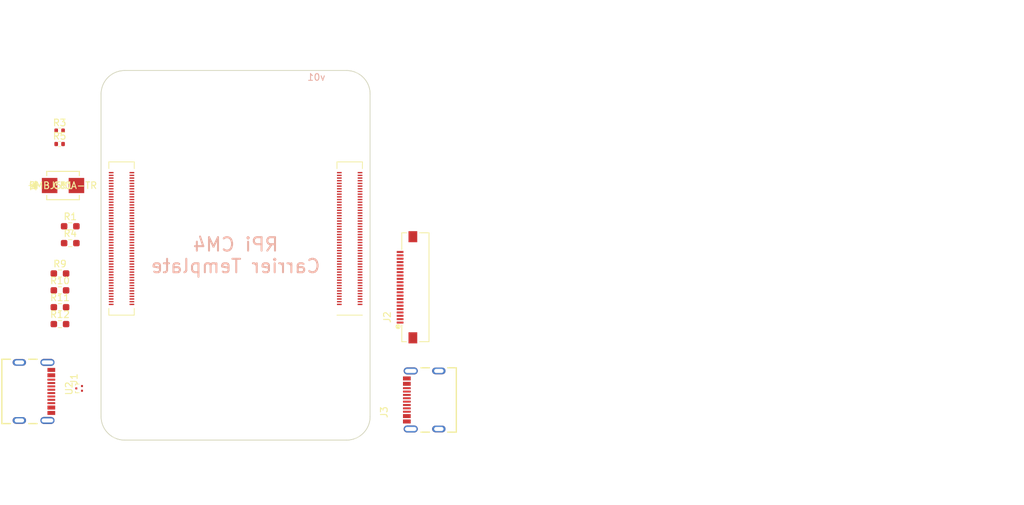
<source format=kicad_pcb>
(kicad_pcb (version 20221018) (generator pcbnew)
  (title_block (title "Raspberry Pi Compute Module 4 Carrier Board Prototype") (date "2023-06-27") (rev "v01") (comment 2 "creativecommons.org/licenses/by/4.0/") (comment 3 "License: CC BY 4.0") (comment 4 "Author: Iiro Karppanen"))
  (layers (0 "F.Cu" signal) (31 "B.Cu" signal) (34 "B.Paste" user) (35 "F.Paste" user) (36 "B.SilkS" user "B.Silkscreen") (37 "F.SilkS" user "F.Silkscreen") (38 "B.Mask" user) (39 "F.Mask" user) (44 "Edge.Cuts" user))
  (net 0 "")
  (net 1 "+5V")
  (net 2 "GND")
  (net 3 "Net-(J1-SHELL_GND-PadS1)")
  (net 4 "Net-(J1-VBUS-PadA4_B9)")
  (net 5 "/CM4 High Speed/USB2_N")
  (net 7 "Net-(J1-CC2)")
  (net 8 "Net-(J1-CC1)")
  (net 11 "/CM4 High Speed/CAM0_D0_P")
  (net 12 "/CM4 High Speed/CAM0_D1_P")
  (net 17 "/CM4 High Speed/CAM_GPIO")
  (net 19 "/CM4 High Speed/SCL1")
  (net 20 "+3.3V")
  (net 25 "Net-(J3-CC2)")
  (net 27 "Net-(J3-CC1)")
  (net 85 "/CM4 GPIO/GPIO_VREF")
  (net 88 "+1.8V")
  (net 96 "/CM4 GPIO/CAM_GPIO")
  (net 160 "/CM4 High Speed/GPIO_VREF")
  (footprint "Package_TO_SOT_SMD:Texas_DRT-3" (layer "F.Cu") (at 123.235 125.805 90)
    (fp_text reference "U2" (at 0 -1.5 90) (layer "F.SilkS"))
    (fp_text value "TPD2EUSB30")
    (fp_line (start -0.65 -0.55) (end -0.45 -0.55) (stroke (width 0.12)) (layer "F.SilkS"))
    (fp_line (start -0.65 0) (end -0.65 -0.55) (stroke (width 0.12)) (layer "F.SilkS"))
    (fp_line (start 0.65 -0.55) (end 0.45 -0.55) (stroke (width 0.12)) (layer "F.SilkS"))
    (fp_line (start 0.65 0) (end 0.65 -0.55) (stroke (width 0.12)) (layer "F.SilkS"))
    (pad "1" smd rect (at -0.35 0.425 90) (size 0.3 0.3) (layers "F.Cu" "F.Paste" "F.Mask") (net 5 "/CM4 High Speed/USB2_N"))
    (pad "2" smd rect (at 0.35 0.425 90) (size 0.3 0.3) (layers "F.Cu" "F.Paste" "F.Mask") (net 5 "/CM4 High Speed/USB2_N"))
    (pad "3" smd rect (at 0 -0.425 90) (size 0.3 0.3) (layers "F.Cu" "F.Paste" "F.Mask") (net 2 "GND"))
  )
  (footprint "Resistor_SMD:R_0402_1005Metric" (layer "F.Cu") (at 120.335 89.435)
    (fp_text reference "R5" (at 0 -1.17) (layer "F.SilkS"))
    (fp_text value "2.2K 1%")
    (fp_line (start -0.153641 -0.38) (end 0.153641 -0.38) (stroke (width 0.12)) (layer "F.SilkS"))
    (fp_line (start -0.153641 0.38) (end 0.153641 0.38) (stroke (width 0.12)) (layer "F.SilkS"))
    (pad "1" smd roundrect (at -0.51 0) (size 0.54 0.64) (layers "F.Cu" "F.Paste" "F.Mask") (net 160 "/CM4 High Speed/GPIO_VREF"))
    (pad "2" smd roundrect (at 0.51 0) (size 0.54 0.64) (layers "F.Cu" "F.Paste" "F.Mask") (net 19 "/CM4 High Speed/SCL1"))
  )
  (footprint "Resistor_SMD:R_0603_1608Metric_Pad0.98x0.95mm_HandSolder" (layer "F.Cu") (at 120.385 108.705)
    (fp_text reference "R9" (at 0 -1.43) (layer "F.SilkS"))
    (fp_text value "5.1k")
    (fp_line (start -0.254724 -0.5225) (end 0.254724 -0.5225) (stroke (width 0.12)) (layer "F.SilkS"))
    (fp_line (start -0.254724 0.5225) (end 0.254724 0.5225) (stroke (width 0.12)) (layer "F.SilkS"))
    (pad "1" smd roundrect (at -0.9125 0) (size 0.975 0.95) (layers "F.Cu" "F.Paste" "F.Mask") (net 8 "Net-(J1-CC1)"))
    (pad "2" smd roundrect (at 0.9125 0) (size 0.975 0.95) (layers "F.Cu" "F.Paste" "F.Mask") (net 2 "GND"))
  )
  (footprint "footprints:SMBJ5.0A-TR" (layer "F.Cu") (at 120.8408 95.6114)
    (fp_text reference "CR1" (at 0 0) (layer "F.SilkS"))
    (fp_text value "SMBJ5.0A-TR" (at 0 0) (layer "F.SilkS"))
    (fp_text user "*" (at 0 0) (layer "F.SilkS"))
    (fp_line (start -4.8006 -0.635) (end -4.8006 0.635) (stroke (width 0.1524)) (layer "F.SilkS"))
    (fp_line (start -4.8006 0) (end -4.0386 -0.635) (stroke (width 0.1524)) (layer "F.SilkS"))
    (fp_line (start -4.8006 0) (end -4.0386 -0.508) (stroke (width 0.1524)) (layer "F.SilkS"))
    (fp_line (start -4.8006 0) (end -4.0386 -0.381) (stroke (width 0.1524)) (layer "F.SilkS"))
    (fp_line (start -4.8006 0) (end -4.0386 -0.254) (stroke (width 0.1524)) (layer "F.SilkS"))
    (fp_line (start -4.8006 0) (end -4.0386 -0.127) (stroke (width 0.1524)) (layer "F.SilkS"))
    (fp_line (start -4.8006 0) (end -4.0386 0.127) (stroke (width 0.1524)) (layer "F.SilkS"))
    (fp_line (start -4.8006 0) (end -4.0386 0.254) (stroke (width 0.1524)) (layer "F.SilkS"))
    (fp_line (start -4.8006 0) (end -4.0386 0.381) (stroke (width 0.1524)) (layer "F.SilkS"))
    (fp_line (start -4.8006 0) (end -4.0386 0.508) (stroke (width 0.1524)) (layer "F.SilkS"))
    (fp_line (start -4.8006 0) (end -4.0386 0.635) (stroke (width 0.1524)) (layer "F.SilkS"))
    (fp_line (start -4.0386 -0.635) (end -4.0386 0.635) (stroke (width 0.1524)) (layer "F.SilkS"))
    (fp_line (start -3.7846 0) (end -5.0546 0) (stroke (width 0.1524)) (layer "F.SilkS"))
    (fp_line (start -2.4257 -2.1082) (end -2.4257 -1.46304) (stroke (width 0.1524)) (layer "F.SilkS"))
    (fp_line (start -2.4257 1.46304) (end -2.4257 2.1082) (stroke (width 0.1524)) (layer "F.SilkS"))
    (fp_line (start -2.4257 2.1082) (end 2.4257 2.1082) (stroke (width 0.1524)) (layer "F.SilkS"))
    (fp_line (start 2.4257 -2.1082) (end -2.4257 -2.1082) (stroke (width 0.1524)) (layer "F.SilkS"))
    (fp_line (start 2.4257 -1.46304) (end 2.4257 -2.1082) (stroke (width 0.1524)) (layer "F.SilkS"))
    (fp_line (start 2.4257 2.1082) (end 2.4257 1.46304) (stroke (width 0.1524)) (layer "F.SilkS"))
    (pad "1" smd rect (at -1.9939 0) (size 2.3114 2.2606) (layers "F.Cu" "F.Paste" "F.Mask") (net 1 "+5V"))
    (pad "2" smd rect (at 1.9939 0) (size 2.3114 2.2606) (layers "F.Cu" "F.Paste" "F.Mask") (net 2 "GND"))
  )
  (footprint "Resistor_SMD:R_0603_1608Metric_Pad0.98x0.95mm_HandSolder" (layer "F.Cu") (at 120.385 111.215)
    (fp_text reference "R10" (at 0 -1.43) (layer "F.SilkS"))
    (fp_text value "5.1k")
    (fp_line (start -0.254724 -0.5225) (end 0.254724 -0.5225) (stroke (width 0.12)) (layer "F.SilkS"))
    (fp_line (start -0.254724 0.5225) (end 0.254724 0.5225) (stroke (width 0.12)) (layer "F.SilkS"))
    (pad "1" smd roundrect (at -0.9125 0) (size 0.975 0.95) (layers "F.Cu" "F.Paste" "F.Mask") (net 7 "Net-(J1-CC2)"))
    (pad "2" smd roundrect (at 0.9125 0) (size 0.975 0.95) (layers "F.Cu" "F.Paste" "F.Mask") (net 2 "GND"))
  )
  (footprint "Resistor_SMD:R_0603_1608Metric_Pad0.98x0.95mm_HandSolder" (layer "F.Cu") (at 121.915 101.675)
    (fp_text reference "R1" (at 0 -1.43) (layer "F.SilkS"))
    (fp_text value "5.1k")
    (fp_line (start -0.254724 -0.5225) (end 0.254724 -0.5225) (stroke (width 0.12)) (layer "F.SilkS"))
    (fp_line (start -0.254724 0.5225) (end 0.254724 0.5225) (stroke (width 0.12)) (layer "F.SilkS"))
    (pad "1" smd roundrect (at -0.9125 0) (size 0.975 0.95) (layers "F.Cu" "F.Paste" "F.Mask") (net 27 "Net-(J3-CC1)"))
    (pad "2" smd roundrect (at 0.9125 0) (size 0.975 0.95) (layers "F.Cu" "F.Paste" "F.Mask") (net 2 "GND"))
  )
  (footprint "Resistor_SMD:R_0603_1608Metric_Pad0.98x0.95mm_HandSolder" (layer "F.Cu") (at 120.385 116.235)
    (fp_text reference "R12" (at 0 -1.43) (layer "F.SilkS"))
    (fp_text value "2.2K 1%")
    (fp_line (start -0.254724 -0.5225) (end 0.254724 -0.5225) (stroke (width 0.12)) (layer "F.SilkS"))
    (fp_line (start -0.254724 0.5225) (end 0.254724 0.5225) (stroke (width 0.12)) (layer "F.SilkS"))
    (pad "1" smd roundrect (at -0.9125 0) (size 0.975 0.95) (layers "F.Cu" "F.Paste" "F.Mask") (net 5 "/CM4 High Speed/USB2_N"))
    (pad "2" smd roundrect (at 0.9125 0) (size 0.975 0.95) (layers "F.Cu" "F.Paste" "F.Mask") (net 2 "GND"))
  )
  (footprint "Resistor_SMD:R_0603_1608Metric_Pad0.98x0.95mm_HandSolder" (layer "F.Cu") (at 120.385 113.725)
    (fp_text reference "R11" (at 0 -1.43) (layer "F.SilkS"))
    (fp_text value "2.2K 1%")
    (fp_line (start -0.254724 -0.5225) (end 0.254724 -0.5225) (stroke (width 0.12)) (layer "F.SilkS"))
    (fp_line (start -0.254724 0.5225) (end 0.254724 0.5225) (stroke (width 0.12)) (layer "F.SilkS"))
    (pad "1" smd roundrect (at -0.9125 0) (size 0.975 0.95) (layers "F.Cu" "F.Paste" "F.Mask") (net 4 "Net-(J1-VBUS-PadA4_B9)"))
    (pad "2" smd roundrect (at 0.9125 0) (size 0.975 0.95) (layers "F.Cu" "F.Paste" "F.Mask") (net 5 "/CM4 High Speed/USB2_N"))
  )
  (footprint "54548-2271:MOLEX_54548-2271" (layer "F.Cu") (at 170.955 110.755 90)
    (fp_text reference "J2" (at -4.452715 -1.908315 90) (layer "F.SilkS") (effects (font (size 1.00174 1.00174))))
    (fp_text value "54548-2271")
    (fp_line (start -8.1 0.25) (end -8.1 0.95) (stroke (width 0.127)) (layer "F.SilkS"))
    (fp_line (start -8.1 4.3) (end -8.1 2.9) (stroke (width 0.127)) (layer "F.SilkS"))
    (fp_line (start -5.6 0.25) (end -8.1 0.25) (stroke (width 0.127)) (layer "F.SilkS"))
    (fp_line (start 5.6 0.25) (end 8.1 0.25) (stroke (width 0.127)) (layer "F.SilkS"))
    (fp_line (start 8.1 0.25) (end 8.1 0.95) (stroke (width 0.127)) (layer "F.SilkS"))
    (fp_line (start 8.1 2.9) (end 8.1 4.3) (stroke (width 0.127)) (layer "F.SilkS"))
    (fp_line (start 8.1 4.3) (end -8.1 4.3) (stroke (width 0.127)) (layer "F.SilkS"))
    (fp_circle (center -5.85 -0.3) (end -5.779291 -0.3) (stroke (width 0.3)) (fill none) (layer "F.SilkS"))
    (pad "1" smd rect (at -5.25 0 180) (size 1 0.3) (layers "F.Cu" "F.Paste" "F.Mask") (net 2 "GND"))
    (pad "2" smd rect (at -4.75 0 180) (size 1 0.3) (layers "F.Cu" "F.Paste" "F.Mask") (net 2 "GND"))
    (pad "3" smd rect (at -4.25 0 180) (size 1 0.3) (layers "F.Cu" "F.Paste" "F.Mask") (net 11 "/CM4 High Speed/CAM0_D0_P"))
    (pad "4" smd rect (at -3.75 0 180) (size 1 0.3) (layers "F.Cu" "F.Paste" "F.Mask") (net 2 "GND"))
    (pad "5" smd rect (at -3.25 0 180) (size 1 0.3) (layers "F.Cu" "F.Paste" "F.Mask") (net 2 "GND"))
    (pad "6" smd rect (at -2.75 0 180) (size 1 0.3) (layers "F.Cu" "F.Paste" "F.Mask") (net 12 "/CM4 High Speed/CAM0_D1_P"))
    (pad "7" smd rect (at -2.25 0 180) (size 1 0.3) (layers "F.Cu" "F.Paste" "F.Mask") (net 2 "GND"))
    (pad "8" smd rect (at -1.75 0 180) (size 1 0.3) (layers "F.Cu" "F.Paste" "F.Mask") (net 2 "GND"))
    (pad "9" smd rect (at -1.25 0 180) (size 1 0.3) (layers "F.Cu" "F.Paste" "F.Mask") (net 2 "GND"))
    (pad "10" smd rect (at -0.75 0 180) (size 1 0.3) (layers "F.Cu" "F.Paste" "F.Mask") (net 2 "GND"))
    (pad "11" smd rect (at -0.25 0 180) (size 1 0.3) (layers "F.Cu" "F.Paste" "F.Mask"))
    (pad "12" smd rect (at 0.25 0 180) (size 1 0.3) (layers "F.Cu" "F.Paste" "F.Mask"))
    (pad "13" smd rect (at 0.75 0 180) (size 1 0.3) (layers "F.Cu" "F.Paste" "F.Mask") (net 2 "GND"))
    (pad "14" smd rect (at 1.25 0 180) (size 1 0.3) (layers "F.Cu" "F.Paste" "F.Mask"))
    (pad "15" smd rect (at 1.75 0 180) (size 1 0.3) (layers "F.Cu" "F.Paste" "F.Mask"))
    (pad "16" smd rect (at 2.25 0 180) (size 1 0.3) (layers "F.Cu" "F.Paste" "F.Mask") (net 2 "GND"))
    (pad "17" smd rect (at 2.75 0 180) (size 1 0.3) (layers "F.Cu" "F.Paste" "F.Mask") (net 17 "/CM4 High Speed/CAM_GPIO"))
    (pad "18" smd rect (at 3.25 0 180) (size 1 0.3) (layers "F.Cu" "F.Paste" "F.Mask"))
    (pad "19" smd rect (at 3.75 0 180) (size 1 0.3) (layers "F.Cu" "F.Paste" "F.Mask") (net 2 "GND"))
    (pad "20" smd rect (at 4.25 0 180) (size 1 0.3) (layers "F.Cu" "F.Paste" "F.Mask") (net 19 "/CM4 High Speed/SCL1"))
    (pad "21" smd rect (at 4.75 0 180) (size 1 0.3) (layers "F.Cu" "F.Paste" "F.Mask") (net 19 "/CM4 High Speed/SCL1"))
    (pad "22" smd rect (at 5.25 0 180) (size 1 0.3) (layers "F.Cu" "F.Paste" "F.Mask") (net 20 "+3.3V"))
    (pad "SH1" smd rect (at -7.525 1.9 180) (size 1.3 1.65) (layers "F.Cu" "F.Paste" "F.Mask"))
    (pad "SH2" smd rect (at 7.525 1.9 180) (size 1.3 1.65) (layers "F.Cu" "F.Paste" "F.Mask"))
  )
  (footprint "USB4105-GF-A:GCT_USB4105-GF-A" (layer "F.Cu") (at 114.345 126.255 -90)
    (fp_text reference "J1" (at -1.825 -8.135 90) (layer "F.SilkS"))
    (fp_text value "USB4105-GF-A")
    (fp_line (start -4.79 -2.65) (end -4.79 -1.4) (stroke (width 0.2)) (layer "F.SilkS"))
    (fp_line (start -4.79 1.32) (end -4.79 2.6) (stroke (width 0.2)) (layer "F.SilkS"))
    (fp_line (start -4.79 2.6) (end 4.79 2.6) (stroke (width 0.2)) (layer "F.SilkS"))
    (fp_line (start 4.79 -2.65) (end 4.79 -1.4) (stroke (width 0.2)) (layer "F.SilkS"))
    (fp_line (start 4.79 2.6) (end 4.79 1.32) (stroke (width 0.2)) (layer "F.SilkS"))
    (pad "" np_thru_hole circle (at -2.89 -3.68 270) (size 0.65 0.65) (drill 0.65) (layers "*.Cu" "*.Mask"))
    (pad "" np_thru_hole circle (at 2.89 -3.68 270) (size 0.65 0.65) (drill 0.65) (layers "*.Cu" "*.Mask"))
    (pad "A1_B12" smd rect (at -3.2 -4.755 270) (size 0.6 1.15) (layers "F.Cu" "F.Paste" "F.Mask") (net 2 "GND"))
    (pad "A4_B9" smd rect (at -2.4 -4.755 270) (size 0.6 1.15) (layers "F.Cu" "F.Paste" "F.Mask") (net 4 "Net-(J1-VBUS-PadA4_B9)"))
    (pad "A5" smd rect (at -1.25 -4.755 270) (size 0.3 1.15) (layers "F.Cu" "F.Paste" "F.Mask") (net 8 "Net-(J1-CC1)"))
    (pad "A6" smd rect (at -0.25 -4.755 270) (size 0.3 1.15) (layers "F.Cu" "F.Paste" "F.Mask") (net 5 "/CM4 High Speed/USB2_N"))
    (pad "A7" smd rect (at 0.25 -4.755 270) (size 0.3 1.15) (layers "F.Cu" "F.Paste" "F.Mask") (net 5 "/CM4 High Speed/USB2_N"))
    (pad "A8" smd rect (at 1.25 -4.755 270) (size 0.3 1.15) (layers "F.Cu" "F.Paste" "F.Mask"))
    (pad "B1_A12" smd rect (at 3.2 -4.755 270) (size 0.6 1.15) (layers "F.Cu" "F.Paste" "F.Mask") (net 2 "GND"))
    (pad "B4_A9" smd rect (at 2.4 -4.755 270) (size 0.6 1.15) (layers "F.Cu" "F.Paste" "F.Mask") (net 4 "Net-(J1-VBUS-PadA4_B9)"))
    (pad "B5" smd rect (at 1.75 -4.755 270) (size 0.3 1.15) (layers "F.Cu" "F.Paste" "F.Mask") (net 7 "Net-(J1-CC2)"))
    (pad "B6" smd rect (at 0.75 -4.755 270) (size 0.3 1.15) (layers "F.Cu" "F.Paste" "F.Mask") (net 5 "/CM4 High Speed/USB2_N"))
    (pad "B7" smd rect (at -0.75 -4.755 270) (size 0.3 1.15) (layers "F.Cu" "F.Paste" "F.Mask") (net 5 "/CM4 High Speed/USB2_N"))
    (pad "B8" smd rect (at -1.75 -4.755 270) (size 0.3 1.15) (layers "F.Cu" "F.Paste" "F.Mask"))
    (pad "S1" thru_hole oval (at -4.32 -4.18 270) (size 1.05 2.1) (drill oval 0.6 1.7) (layers "*.Cu" "*.Mask") (net 3 "Net-(J1-SHELL_GND-PadS1)"))
    (pad "S2" thru_hole oval (at -4.32 0 270) (size 1 2) (drill oval 0.6 1.4) (layers "*.Cu" "*.Mask") (net 3 "Net-(J1-SHELL_GND-PadS1)"))
    (pad "S3" thru_hole oval (at 4.32 0 270) (size 1 2) (drill oval 0.6 1.4) (layers "*.Cu" "*.Mask") (net 3 "Net-(J1-SHELL_GND-PadS1)"))
    (pad "S4" thru_hole oval (at 4.32 -4.18 270) (size 1.05 2.1) (drill oval 0.6 1.7) (layers "*.Cu" "*.Mask") (net 3 "Net-(J1-SHELL_GND-PadS1)"))
  )
  (footprint "Resistor_SMD:R_0402_1005Metric" (layer "F.Cu") (at 120.335 87.445)
    (fp_text reference "R3" (at 0 -1.17) (layer "F.SilkS"))
    (fp_text value "2.2K 1%")
    (fp_line (start -0.153641 -0.38) (end 0.153641 -0.38) (stroke (width 0.12)) (layer "F.SilkS"))
    (fp_line (start -0.153641 0.38) (end 0.153641 0.38) (stroke (width 0.12)) (layer "F.SilkS"))
    (pad "1" smd roundrect (at -0.51 0) (size 0.54 0.64) (layers "F.Cu" "F.Paste" "F.Mask") (net 160 "/CM4 High Speed/GPIO_VREF"))
    (pad "2" smd roundrect (at 0.51 0) (size 0.54 0.64) (layers "F.Cu" "F.Paste" "F.Mask") (net 19 "/CM4 High Speed/SCL1"))
  )
  (footprint "USB4105-GF-A:GCT_USB4105-GF-A" (layer "F.Cu") (at 176.715 127.525 90)
    (fp_text reference "J3" (at -1.825 -8.135 90) (layer "F.SilkS"))
    (fp_text value "USB4105-GF-A")
    (fp_line (start -4.79 -2.65) (end -4.79 -1.4) (stroke (width 0.2)) (layer "F.SilkS"))
    (fp_line (start -4.79 1.32) (end -4.79 2.6) (stroke (width 0.2)) (layer "F.SilkS"))
    (fp_line (start -4.79 2.6) (end 4.79 2.6) (stroke (width 0.2)) (layer "F.SilkS"))
    (fp_line (start 4.79 -2.65) (end 4.79 -1.4) (stroke (width 0.2)) (layer "F.SilkS"))
    (fp_line (start 4.79 2.6) (end 4.79 1.32) (stroke (width 0.2)) (layer "F.SilkS"))
    (pad "" np_thru_hole circle (at -2.89 -3.68 90) (size 0.65 0.65) (drill 0.65) (layers "*.Cu" "*.Mask"))
    (pad "" np_thru_hole circle (at 2.89 -3.68 90) (size 0.65 0.65) (drill 0.65) (layers "*.Cu" "*.Mask"))
    (pad "A1_B12" smd rect (at -3.2 -4.755 90) (size 0.6 1.15) (layers "F.Cu" "F.Paste" "F.Mask") (net 2 "GND"))
    (pad "A4_B9" smd rect (at -2.4 -4.755 90) (size 0.6 1.15) (layers "F.Cu" "F.Paste" "F.Mask") (net 1 "+5V"))
    (pad "A5" smd rect (at -1.25 -4.755 90) (size 0.3 1.15) (layers "F.Cu" "F.Paste" "F.Mask") (net 27 "Net-(J3-CC1)"))
    (pad "A6" smd rect (at -0.25 -4.755 90) (size 0.3 1.15) (layers "F.Cu" "F.Paste" "F.Mask"))
    (pad "A7" smd rect (at 0.25 -4.755 90) (size 0.3 1.15) (layers "F.Cu" "F.Paste" "F.Mask"))
    (pad "A8" smd rect (at 1.25 -4.755 90) (size 0.3 1.15) (layers "F.Cu" "F.Paste" "F.Mask"))
    (pad "B1_A12" smd rect (at 3.2 -4.755 90) (size 0.6 1.15) (layers "F.Cu" "F.Paste" "F.Mask") (net 2 "GND"))
    (pad "B4_A9" smd rect (at 2.4 -4.755 90) (size 0.6 1.15) (layers "F.Cu" "F.Paste" "F.Mask") (net 1 "+5V"))
    (pad "B5" smd rect (at 1.75 -4.755 90) (size 0.3 1.15) (layers "F.Cu" "F.Paste" "F.Mask") (net 25 "Net-(J3-CC2)"))
    (pad "B6" smd rect (at 0.75 -4.755 90) (size 0.3 1.15) (layers "F.Cu" "F.Paste" "F.Mask"))
    (pad "B7" smd rect (at -0.75 -4.755 90) (size 0.3 1.15) (layers "F.Cu" "F.Paste" "F.Mask"))
    (pad "B8" smd rect (at -1.75 -4.755 90) (size 0.3 1.15) (layers "F.Cu" "F.Paste" "F.Mask"))
    (pad "S1" thru_hole oval (at -4.32 -4.18 90) (size 1.05 2.1) (drill oval 0.6 1.7) (layers "*.Cu" "*.Mask") (net 2 "GND"))
    (pad "S2" thru_hole oval (at -4.32 0 90) (size 1 2) (drill oval 0.6 1.4) (layers "*.Cu" "*.Mask") (net 2 "GND"))
    (pad "S3" thru_hole oval (at 4.32 0 90) (size 1 2) (drill oval 0.6 1.4) (layers "*.Cu" "*.Mask") (net 2 "GND"))
    (pad "S4" thru_hole oval (at 4.32 -4.18 90) (size 1.05 2.1) (drill oval 0.6 1.7) (layers "*.Cu" "*.Mask") (net 2 "GND"))
  )
  (footprint "CM4IO:Raspberry-Pi-4-Compute-Module" (layer "F.Cu") (at 163 82 180)
    (fp_text reference "Module1" hide)
    (fp_text value "ComputeModule4-CM4")
    (fp_line (start -3.5 -48) (end -3.5 0) (stroke (width 0.12)) (layer "F.SilkS"))
    (fp_line (start -2.35 -32.9) (end 1.43 -32.9) (stroke (width 0.12)) (layer "F.SilkS"))
    (fp_line (start -2.35 -10.1) (end -2.35 -11.1) (stroke (width 0.12)) (layer "F.SilkS"))
    (fp_line (start -2.35 -10.1) (end 1.43 -10.1) (stroke (width 0.12)) (layer "F.SilkS"))
    (fp_line (start 0 3.5) (end 33 3.5) (stroke (width 0.12)) (layer "F.SilkS"))
    (fp_line (start 1.43 -10.1) (end 1.43 -11.1) (stroke (width 0.12)) (layer "F.SilkS"))
    (fp_line (start 31.57 -32.9) (end 31.57 -31.9) (stroke (width 0.12)) (layer "F.SilkS"))
    (fp_line (start 31.57 -32.9) (end 35.35 -32.9) (stroke (width 0.12)) (layer "F.SilkS"))
    (fp_line (start 31.57 -10.1) (end 31.57 -11.1) (stroke (width 0.12)) (layer "F.SilkS"))
    (fp_line (start 31.57 -10.1) (end 35.35 -10.1) (stroke (width 0.12)) (layer "F.SilkS"))
    (fp_line (start 33 -51.5) (end 0 -51.5) (stroke (width 0.12)) (layer "F.SilkS"))
    (fp_line (start 35.35 -32.9) (end 35.35 -31.9) (stroke (width 0.12)) (layer "F.SilkS"))
    (fp_line (start 35.35 -10.1) (end 35.35 -11.1) (stroke (width 0.12)) (layer "F.SilkS"))
    (fp_line (start 36.5 0) (end 36.5 -48) (stroke (width 0.12)) (layer "F.SilkS"))
    (fp_arc (start -3.5 -48) (mid -2.474874 -50.474874) (end 0 -51.5) (stroke (width 0.12)) (layer "F.SilkS"))
    (fp_arc (start 0 3.5) (mid -2.474874 2.474874) (end -3.5 0) (stroke (width 0.12)) (layer "F.SilkS"))
    (fp_arc (start 33 -51.5) (mid 35.474874 -50.474874) (end 36.5 -48) (stroke (width 0.12)) (layer "F.SilkS"))
    (fp_arc (start 36.5 0) (mid 35.474874 2.474874) (end 33 3.5) (stroke (width 0.12)) (layer "F.SilkS"))
    (pad "" np_thru_hole circle (at 0 -48 180) (size 2.7 2.7) (drill 2.7) (layers "*.Cu" "*.Mask") (clearance 1.7))
    (pad "" np_thru_hole circle (at 0 0 180) (size 2.7 2.7) (drill 2.7) (layers "*.Cu" "*.Mask") (clearance 1.7))
    (pad "" np_thru_hole circle (at 33 -48 180) (size 2.7 2.7) (drill 2.7) (layers "*.Cu" "*.Mask") (clearance 1.7))
    (pad "" np_thru_hole circle (at 33 0 180) (size 2.7 2.7) (drill 2.7) (layers "*.Cu" "*.Mask") (clearance 1.7))
    (pad "1" smd rect (at -2 -31.3 90) (size 0.2 0.7) (layers "F.Cu" "F.Paste" "F.Mask") (net 2 "GND"))
    (pad "2" smd rect (at 1.08 -31.3 90) (size 0.2 0.7) (layers "F.Cu" "F.Paste" "F.Mask") (net 2 "GND"))
    (pad "3" smd rect (at -2 -30.9 90) (size 0.2 0.7) (layers "F.Cu" "F.Paste" "F.Mask"))
    (pad "4" smd rect (at 1.08 -30.9 90) (size 0.2 0.7) (layers "F.Cu" "F.Paste" "F.Mask"))
    (pad "5" smd rect (at -2 -30.5 90) (size 0.2 0.7) (layers "F.Cu" "F.Paste" "F.Mask"))
    (pad "6" smd rect (at 1.08 -30.5 90) (size 0.2 0.7) (layers "F.Cu" "F.Paste" "F.Mask"))
    (pad "7" smd rect (at -2 -30.1 90) (size 0.2 0.7) (layers "F.Cu" "F.Paste" "F.Mask") (net 2 "GND"))
    (pad "8" smd rect (at 1.08 -30.1 90) (size 0.2 0.7) (layers "F.Cu" "F.Paste" "F.Mask") (net 2 "GND"))
    (pad "9" smd rect (at -2 -29.7 90) (size 0.2 0.7) (layers "F.Cu" "F.Paste" "F.Mask"))
    (pad "10" smd rect (at 1.08 -29.7 90) (size 0.2 0.7) (layers "F.Cu" "F.Paste" "F.Mask"))
    (pad "11" smd rect (at -2 -29.3 90) (size 0.2 0.7) (layers "F.Cu" "F.Paste" "F.Mask"))
    (pad "12" smd rect (at 1.08 -29.3 90) (size 0.2 0.7) (layers "F.Cu" "F.Paste" "F.Mask"))
    (pad "13" smd rect (at -2 -28.9 90) (size 0.2 0.7) (layers "F.Cu" "F.Paste" "F.Mask") (net 2 "GND"))
    (pad "14" smd rect (at 1.08 -28.9 90) (size 0.2 0.7) (layers "F.Cu" "F.Paste" "F.Mask") (net 2 "GND"))
    (pad "15" smd rect (at -2 -28.5 90) (size 0.2 0.7) (layers "F.Cu" "F.Paste" "F.Mask"))
    (pad "16" smd rect (at 1.08 -28.5 90) (size 0.2 0.7) (layers "F.Cu" "F.Paste" "F.Mask"))
    (pad "17" smd rect (at -2 -28.1 90) (size 0.2 0.7) (layers "F.Cu" "F.Paste" "F.Mask"))
    (pad "18" smd rect (at 1.08 -28.1 90) (size 0.2 0.7) (layers "F.Cu" "F.Paste" "F.Mask"))
    (pad "19" smd rect (at -2 -27.7 90) (size 0.2 0.7) (layers "F.Cu" "F.Paste" "F.Mask"))
    (pad "20" smd rect (at 1.08 -27.7 90) (size 0.2 0.7) (layers "F.Cu" "F.Paste" "F.Mask"))
    (pad "21" smd rect (at -2 -27.3 90) (size 0.2 0.7) (layers "F.Cu" "F.Paste" "F.Mask"))
    (pad "22" smd rect (at 1.08 -27.3 90) (size 0.2 0.7) (layers "F.Cu" "F.Paste" "F.Mask") (net 2 "GND"))
    (pad "23" smd rect (at -2 -26.9 90) (size 0.2 0.7) (layers "F.Cu" "F.Paste" "F.Mask") (net 2 "GND"))
    (pad "24" smd rect (at 1.08 -26.9 90) (size 0.2 0.7) (layers "F.Cu" "F.Paste" "F.Mask"))
    (pad "25" smd rect (at -2 -26.5 90) (size 0.2 0.7) (layers "F.Cu" "F.Paste" "F.Mask"))
    (pad "26" smd rect (at 1.08 -26.5 90) (size 0.2 0.7) (layers "F.Cu" "F.Paste" "F.Mask"))
    (pad "27" smd rect (at -2 -26.1 90) (size 0.2 0.7) (layers "F.Cu" "F.Paste" "F.Mask"))
    (pad "28" smd rect (at 1.08 -26.1 90) (size 0.2 0.7) (layers "F.Cu" "F.Paste" "F.Mask"))
    (pad "29" smd rect (at -2 -25.7 90) (size 0.2 0.7) (layers "F.Cu" "F.Paste" "F.Mask"))
    (pad "30" smd rect (at 1.08 -25.7 90) (size 0.2 0.7) (layers "F.Cu" "F.Paste" "F.Mask"))
    (pad "31" smd rect (at -2 -25.3 90) (size 0.2 0.7) (layers "F.Cu" "F.Paste" "F.Mask"))
    (pad "32" smd rect (at 1.08 -25.3 90) (size 0.2 0.7) (layers "F.Cu" "F.Paste" "F.Mask") (net 2 "GND"))
    (pad "33" smd rect (at -2 -24.9 90) (size 0.2 0.7) (layers "F.Cu" "F.Paste" "F.Mask") (net 2 "GND"))
    (pad "34" smd rect (at 1.08 -24.9 90) (size 0.2 0.7) (layers "F.Cu" "F.Paste" "F.Mask"))
    (pad "35" smd rect (at -2 -24.5 90) (size 0.2 0.7) (layers "F.Cu" "F.Paste" "F.Mask"))
    (pad "36" smd rect (at 1.08 -24.5 90) (size 0.2 0.7) (layers "F.Cu" "F.Paste" "F.Mask"))
    (pad "37" smd rect (at -2 -24.1 90) (size 0.2 0.7) (layers "F.Cu" "F.Paste" "F.Mask"))
    (pad "38" smd rect (at 1.08 -24.1 90) (size 0.2 0.7) (layers "F.Cu" "F.Paste" "F.Mask"))
    (pad "39" smd rect (at -2 -23.7 90) (size 0.2 0.7) (layers "F.Cu" "F.Paste" "F.Mask"))
    (pad "40" smd rect (at 1.08 -23.7 90) (size 0.2 0.7) (layers "F.Cu" "F.Paste" "F.Mask"))
    (pad "41" smd rect (at -2 -23.3 90) (size 0.2 0.7) (layers "F.Cu" "F.Paste" "F.Mask"))
    (pad "42" smd rect (at 1.08 -23.3 90) (size 0.2 0.7) (layers "F.Cu" "F.Paste" "F.Mask") (net 2 "GND"))
    (pad "43" smd rect (at -2 -22.9 90) (size 0.2 0.7) (layers "F.Cu" "F.Paste" "F.Mask") (net 2 "GND"))
    (pad "44" smd rect (at 1.08 -22.9 90) (size 0.2 0.7) (layers "F.Cu" "F.Paste" "F.Mask"))
    (pad "45" smd rect (at -2 -22.5 90) (size 0.2 0.7) (layers "F.Cu" "F.Paste" "F.Mask"))
    (pad "46" smd rect (at 1.08 -22.5 90) (size 0.2 0.7) (layers "F.Cu" "F.Paste" "F.Mask"))
    (pad "47" smd rect (at -2 -22.1 90) (size 0.2 0.7) (layers "F.Cu" "F.Paste" "F.Mask"))
    (pad "48" smd rect (at 1.08 -22.1 90) (size 0.2 0.7) (layers "F.Cu" "F.Paste" "F.Mask"))
    (pad "49" smd rect (at -2 -21.7 90) (size 0.2 0.7) (layers "F.Cu" "F.Paste" "F.Mask"))
    (pad "50" smd rect (at 1.08 -21.7 90) (size 0.2 0.7) (layers "F.Cu" "F.Paste" "F.Mask"))
    (pad "51" smd rect (at -2 -21.3 90) (size 0.2 0.7) (layers "F.Cu" "F.Paste" "F.Mask"))
    (pad "52" smd rect (at 1.08 -21.3 90) (size 0.2 0.7) (layers "F.Cu" "F.Paste" "F.Mask") (net 2 "GND"))
    (pad "53" smd rect (at -2 -20.9 90) (size 0.2 0.7) (layers "F.Cu" "F.Paste" "F.Mask") (net 2 "GND"))
    (pad "54" smd rect (at 1.08 -20.9 90) (size 0.2 0.7) (layers "F.Cu" "F.Paste" "F.Mask"))
    (pad "55" smd rect (at -2 -20.5 90) (size 0.2 0.7) (layers "F.Cu" "F.Paste" "F.Mask"))
    (pad "56" smd rect (at 1.08 -20.5 90) (size 0.2 0.7) (layers "F.Cu" "F.Paste" "F.Mask"))
    (pad "57" smd rect (at -2 -20.1 90) (size 0.2 0.7) (layers "F.Cu" "F.Paste" "F.Mask"))
    (pad "58" smd rect (at 1.08 -20.1 90) (size 0.2 0.7) (layers "F.Cu" "F.Paste" "F.Mask"))
    (pad "59" smd rect (at -2 -19.7 90) (size 0.2 0.7) (layers "F.Cu" "F.Paste" "F.Mask") (net 2 "GND"))
    (pad "60" smd rect (at 1.08 -19.7 90) (size 0.2 0.7) (layers "F.Cu" "F.Paste" "F.Mask") (net 2 "GND"))
    (pad "61" smd rect (at -2 -19.3 90) (size 0.2 0.7) (layers "F.Cu" "F.Paste" "F.Mask"))
    (pad "62" smd rect (at 1.08 -19.3 90) (size 0.2 0.7) (layers "F.Cu" "F.Paste" "F.Mask"))
    (pad "63" smd rect (at -2 -18.9 90) (size 0.2 0.7) (layers "F.Cu" "F.Paste" "F.Mask"))
    (pad "64" smd rect (at 1.08 -18.9 90) (size 0.2 0.7) (layers "F.Cu" "F.Paste" "F.Mask"))
    (pad "65" smd rect (at -2 -18.5 90) (size 0.2 0.7) (layers "F.Cu" "F.Paste" "F.Mask") (net 2 "GND"))
    (pad "66" smd rect (at 1.08 -18.5 90) (size 0.2 0.7) (layers "F.Cu" "F.Paste" "F.Mask") (net 2 "GND"))
    (pad "67" smd rect (at -2 -18.1 90) (size 0.2 0.7) (layers "F.Cu" "F.Paste" "F.Mask"))
    (pad "68" smd rect (at 1.08 -18.1 90) (size 0.2 0.7) (layers "F.Cu" "F.Paste" "F.Mask"))
    (pad "69" smd rect (at -2 -17.7 90) (size 0.2 0.7) (layers "F.Cu" "F.Paste" "F.Mask"))
    (pad "70" smd rect (at 1.08 -17.7 90) (size 0.2 0.7) (layers "F.Cu" "F.Paste" "F.Mask"))
    (pad "71" smd rect (at -2 -17.3 90) (size 0.2 0.7) (layers "F.Cu" "F.Paste" "F.Mask") (net 2 "GND"))
    (pad "72" smd rect (at 1.08 -17.3 90) (size 0.2 0.7) (layers "F.Cu" "F.Paste" "F.Mask"))
    (pad "73" smd rect (at -2 -16.9 90) (size 0.2 0.7) (layers "F.Cu" "F.Paste" "F.Mask"))
    (pad "74" smd rect (at 1.08 -16.9 90) (size 0.2 0.7) (layers "F.Cu" "F.Paste" "F.Mask") (net 2 "GND"))
    (pad "75" smd rect (at -2 -16.5 90) (size 0.2 0.7) (layers "F.Cu" "F.Paste" "F.Mask"))
    (pad "76" smd rect (at 1.08 -16.5 90) (size 0.2 0.7) (layers "F.Cu" "F.Paste" "F.Mask"))
    (pad "77" smd rect (at -2 -16.1 90) (size 0.2 0.7) (layers "F.Cu" "F.Paste" "F.Mask") (net 1 "+5V"))
    (pad "78" smd rect (at 1.08 -16.1 90) (size 0.2 0.7) (layers "F.Cu" "F.Paste" "F.Mask") (net 85 "/CM4 GPIO/GPIO_VREF"))
    (pad "79" smd rect (at -2 -15.7 90) (size 0.2 0.7) (layers "F.Cu" "F.Paste" "F.Mask") (net 1 "+5V"))
    (pad "80" smd rect (at 1.08 -15.7 90) (size 0.2 0.7) (layers "F.Cu" "F.Paste" "F.Mask"))
    (pad "81" smd rect (at -2 -15.3 90) (size 0.2 0.7) (layers "F.Cu" "F.Paste" "F.Mask") (net 1 "+5V"))
    (pad "82" smd rect (at 1.08 -15.3 90) (size 0.2 0.7) (layers "F.Cu" "F.Paste" "F.Mask"))
    (pad "83" smd rect (at -2 -14.9 90) (size 0.2 0.7) (layers "F.Cu" "F.Paste" "F.Mask") (net 1 "+5V"))
    (pad "84" smd rect (at 1.08 -14.9 90) (size 0.2 0.7) (layers "F.Cu" "F.Paste" "F.Mask") (net 20 "+3.3V"))
    (pad "85" smd rect (at -2 -14.5 90) (size 0.2 0.7) (layers "F.Cu" "F.Paste" "F.Mask") (net 1 "+5V"))
    (pad "86" smd rect (at 1.08 -14.5 90) (size 0.2 0.7) (layers "F.Cu" "F.Paste" "F.Mask") (net 20 "+3.3V"))
    (pad "87" smd rect (at -2 -14.1 90) (size 0.2 0.7) (layers "F.Cu" "F.Paste" "F.Mask") (net 1 "+5V"))
    (pad "88" smd rect (at 1.08 -14.1 90) (size 0.2 0.7) (layers "F.Cu" "F.Paste" "F.Mask") (net 88 "+1.8V"))
    (pad "89" smd rect (at -2 -13.7 90) (size 0.2 0.7) (layers "F.Cu" "F.Paste" "F.Mask"))
    (pad "90" smd rect (at 1.08 -13.7 90) (size 0.2 0.7) (layers "F.Cu" "F.Paste" "F.Mask") (net 88 "+1.8V"))
    (pad "91" smd rect (at -2 -13.3 90) (size 0.2 0.7) (layers "F.Cu" "F.Paste" "F.Mask"))
    (pad "92" smd rect (at 1.08 -13.3 90) (size 0.2 0.7) (layers "F.Cu" "F.Paste" "F.Mask"))
    (pad "93" smd rect (at -2 -12.9 90) (size 0.2 0.7) (layers "F.Cu" "F.Paste" "F.Mask"))
    (pad "94" smd rect (at 1.08 -12.9 90) (size 0.2 0.7) (layers "F.Cu" "F.Paste" "F.Mask"))
    (pad "95" smd rect (at -2 -12.5 90) (size 0.2 0.7) (layers "F.Cu" "F.Paste" "F.Mask"))
    (pad "96" smd rect (at 1.08 -12.5 90) (size 0.2 0.7) (layers "F.Cu" "F.Paste" "F.Mask"))
    (pad "97" smd rect (at -2 -12.1 90) (size 0.2 0.7) (layers "F.Cu" "F.Paste" "F.Mask") (net 96 "/CM4 GPIO/CAM_GPIO"))
    (pad "98" smd rect (at 1.08 -12.1 90) (size 0.2 0.7) (layers "F.Cu" "F.Paste" "F.Mask") (net 2 "GND"))
    (pad "99" smd rect (at -2 -11.7 90) (size 0.2 0.7) (layers "F.Cu" "F.Paste" "F.Mask"))
    (pad "100" smd rect (at 1.08 -11.7 90) (size 0.2 0.7) (layers "F.Cu" "F.Paste" "F.Mask"))
    (pad "101" smd rect (at 31.92 -31.3 90) (size 0.2 0.7) (layers "F.Cu" "F.Paste" "F.Mask") (net 5 "/CM4 High Speed/USB2_N"))
    (pad "102" smd rect (at 35 -31.3 90) (size 0.2 0.7) (layers "F.Cu" "F.Paste" "F.Mask"))
    (pad "103" smd rect (at 31.92 -30.9 90) (size 0.2 0.7) (layers "F.Cu" "F.Paste" "F.Mask") (net 5 "/CM4 High Speed/USB2_N"))
    (pad "104" smd rect (at 35 -30.9 90) (size 0.2 0.7) (layers "F.Cu" "F.Paste" "F.Mask"))
    (pad "105" smd rect (at 31.92 -30.5 90) (size 0.2 0.7) (layers "F.Cu" "F.Paste" "F.Mask") (net 5 "/CM4 High Speed/USB2_N"))
    (pad "106" smd rect (at 35 -30.5 90) (size 0.2 0.7) (layers "F.Cu" "F.Paste" "F.Mask"))
    (pad "107" smd rect (at 31.92 -30.1 90) (size 0.2 0.7) (layers "F.Cu" "F.Paste" "F.Mask") (net 2 "GND"))
    (pad "108" smd rect (at 35 -30.1 90) (size 0.2 0.7) (layers "F.Cu" "F.Paste" "F.Mask") (net 2 "GND"))
    (pad "109" smd rect (at 31.92 -29.7 90) (size 0.2 0.7) (layers "F.Cu" "F.Paste" "F.Mask"))
    (pad "110" smd rect (at 35 -29.7 90) (size 0.2 0.7) (layers "F.Cu" "F.Paste" "F.Mask"))
    (pad "111" smd rect (at 31.92 -29.3 90) (size 0.2 0.7) (layers "F.Cu" "F.Paste" "F.Mask"))
    (pad "112" smd rect (at 35 -29.3 90) (size 0.2 0.7) (layers "F.Cu" "F.Paste" "F.Mask"))
    (pad "113" smd rect (at 31.92 -28.9 90) (size 0.2 0.7) (layers "F.Cu" "F.Paste" "F.Mask") (net 2 "GND"))
    (pad "114" smd rect (at 35 -28.9 90) (size 0.2 0.7) (layers "F.Cu" "F.Paste" "F.Mask") (net 2 "GND"))
    (pad "115" smd rect (at 31.92 -28.5 90) (size 0.2 0.7) (layers "F.Cu" "F.Paste" "F.Mask"))
    (pad "116" smd rect (at 35 -28.5 90) (size 0.2 0.7) (layers "F.Cu" "F.Paste" "F.Mask"))
    (pad "117" smd rect (at 31.92 -28.1 90) (size 0.2 0.7) (layers "F.Cu" "F.Paste" "F.Mask"))
    (pad "118" smd rect (at 35 -28.1 90) (size 0.2 0.7) (layers "F.Cu" "F.Paste" "F.Mask"))
    (pad "119" smd rect (at 31.92 -27.7 90) (size 0.2 0.7) (layers "F.Cu" "F.Paste" "F.Mask") (net 2 "GND"))
    (pad "120" smd rect (at 35 -27.7 90) (size 0.2 0.7) (layers "F.Cu" "F.Paste" "F.Mask") (net 2 "GND"))
    (pad "121" smd rect (at 31.92 -27.3 90) (size 0.2 0.7) (layers "F.Cu" "F.Paste" "F.Mask"))
    (pad "122" smd rect (at 35 -27.3 90) (size 0.2 0.7) (layers "F.Cu" "F.Paste" "F.Mask"))
    (pad "123" smd rect (at 31.92 -26.9 90) (size 0.2 0.7) (layers "F.Cu" "F.Paste" "F.Mask"))
    (pad "124" smd rect (at 35 -26.9 90) (size 0.2 0.7) (layers "F.Cu" "F.Paste" "F.Mask"))
    (pad "125" smd rect (at 31.92 -26.5 90) (size 0.2 0.7) (layers "F.Cu" "F.Paste" "F.Mask") (net 2 "GND"))
    (pad "126" smd rect (at 35 -26.5 90) (size 0.2 0.7) (layers "F.Cu" "F.Paste" "F.Mask") (net 2 "GND"))
    (pad "127" smd rect (at 31.92 -26.1 90) (size 0.2 0.7) (layers "F.Cu" "F.Paste" "F.Mask"))
    (pad "128" smd rect (at 35 -26.1 90) (size 0.2 0.7) (layers "F.Cu" "F.Paste" "F.Mask") (net 2 "GND"))
    (pad "129" smd rect (at 31.92 -25.7 90) (size 0.2 0.7) (layers "F.Cu" "F.Paste" "F.Mask"))
    (pad "130" smd rect (at 35 -25.7 90) (size 0.2 0.7) (layers "F.Cu" "F.Paste" "F.Mask") (net 11 "/CM4 High Speed/CAM0_D0_P"))
    (pad "131" smd rect (at 31.92 -25.3 90) (size 0.2 0.7) (layers "F.Cu" "F.Paste" "F.Mask") (net 2 "GND"))
    (pad "132" smd rect (at 35 -25.3 90) (size 0.2 0.7) (layers "F.Cu" "F.Paste" "F.Mask") (net 2 "GND"))
    (pad "133" smd rect (at 31.92 -24.9 90) (size 0.2 0.7) (layers "F.Cu" "F.Paste" "F.Mask"))
    (pad "134" smd rect (at 35 -24.9 90) (size 0.2 0.7) (layers "F.Cu" "F.Paste" "F.Mask") (net 2 "GND"))
    (pad "135" smd rect (at 31.92 -24.5 90) (size 0.2 0.7) (layers "F.Cu" "F.Paste" "F.Mask"))
    (pad "136" smd rect (at 35 -24.5 90) (size 0.2 0.7) (layers "F.Cu" "F.Paste" "F.Mask") (net 12 "/CM4 High Speed/CAM0_D1_P"))
    (pad "137" smd rect (at 31.92 -24.1 90) (size 0.2 0.7) (layers "F.Cu" "F.Paste" "F.Mask") (net 2 "GND"))
    (pad "138" smd rect (at 35 -24.1 90) (size 0.2 0.7) (layers "F.Cu" "F.Paste" "F.Mask") (net 2 "GND"))
    (pad "139" smd rect (at 31.92 -23.7 90) (size 0.2 0.7) (layers "F.Cu" "F.Paste" "F.Mask"))
    (pad "140" smd rect (at 35 -23.7 90) (size 0.2 0.7) (layers "F.Cu" "F.Paste" "F.Mask") (net 2 "GND"))
    (pad "141" smd rect (at 31.92 -23.3 90) (size 0.2 0.7) (layers "F.Cu" "F.Paste" "F.Mask"))
    (pad "142" smd rect (at 35 -23.3 90) (size 0.2 0.7) (layers "F.Cu" "F.Paste" "F.Mask") (net 2 "GND"))
    (pad "143" smd rect (at 31.92 -22.9 90) (size 0.2 0.7) (layers "F.Cu" "F.Paste" "F.Mask"))
    (pad "144" smd rect (at 35 -22.9 90) (size 0.2 0.7) (layers "F.Cu" "F.Paste" "F.Mask") (net 2 "GND"))
    (pad "145" smd rect (at 31.92 -22.5 90) (size 0.2 0.7) (layers "F.Cu" "F.Paste" "F.Mask"))
    (pad "146" smd rect (at 35 -22.5 90) (size 0.2 0.7) (layers "F.Cu" "F.Paste" "F.Mask"))
    (pad "147" smd rect (at 31.92 -22.1 90) (size 0.2 0.7) (layers "F.Cu" "F.Paste" "F.Mask"))
    (pad "148" smd rect (at 35 -22.1 90) (size 0.2 0.7) (layers "F.Cu" "F.Paste" "F.Mask"))
    (pad "149" smd rect (at 31.92 -21.7 90) (size 0.2 0.7) (layers "F.Cu" "F.Paste" "F.Mask"))
    (pad "150" smd rect (at 35 -21.7 90) (size 0.2 0.7) (layers "F.Cu" "F.Paste" "F.Mask") (net 2 "GND"))
    (pad "151" smd rect (at 31.92 -21.3 90) (size 0.2 0.7) (layers "F.Cu" "F.Paste" "F.Mask"))
    (pad "152" smd rect (at 35 -21.3 90) (size 0.2 0.7) (layers "F.Cu" "F.Paste" "F.Mask"))
    (pad "153" smd rect (at 31.92 -20.9 90) (size 0.2 0.7) (layers "F.Cu" "F.Paste" "F.Mask"))
    (pad "154" smd rect (at 35 -20.9 90) (size 0.2 0.7) (layers "F.Cu" "F.Paste" "F.Mask"))
    (pad "155" smd rect (at 31.92 -20.5 90) (size 0.2 0.7) (layers "F.Cu" "F.Paste" "F.Mask") (net 2 "GND"))
    (pad "156" smd rect (at 35 -20.5 90) (size 0.2 0.7) (layers "F.Cu" "F.Paste" "F.Mask") (net 2 "GND"))
    (pad "157" smd rect (at 31.92 -20.1 90) (size 0.2 0.7) (layers "F.Cu" "F.Paste" "F.Mask"))
    (pad "158" smd rect (at 35 -20.1 90) (size 0.2 0.7) (layers "F.Cu" "F.Paste" "F.Mask"))
    (pad "159" smd rect (at 31.92 -19.7 90) (size 0.2 0.7) (layers "F.Cu" "F.Paste" "F.Mask"))
    (pad "160" smd rect (at 35 -19.7 90) (size 0.2 0.7) (layers "F.Cu" "F.Paste" "F.Mask"))
    (pad "161" smd rect (at 31.92 -19.3 90) (size 0.2 0.7) (layers "F.Cu" "F.Paste" "F.Mask") (net 2 "GND"))
    (pad "162" smd rect (at 35 -19.3 90) (size 0.2 0.7) (layers "F.Cu" "F.Paste" "F.Mask") (net 2 "GND"))
    (pad "163" smd rect (at 31.92 -18.9 90) (size 0.2 0.7) (layers "F.Cu" "F.Paste" "F.Mask"))
    (pad "164" smd rect (at 35 -18.9 90) (size 0.2 0.7) (layers "F.Cu" "F.Paste" "F.Mask"))
    (pad "165" smd rect (at 31.92 -18.5 90) (size 0.2 0.7) (layers "F.Cu" "F.Paste" "F.Mask"))
    (pad "166" smd rect (at 35 -18.5 90) (size 0.2 0.7) (layers "F.Cu" "F.Paste" "F.Mask"))
    (pad "167" smd rect (at 31.92 -18.1 90) (size 0.2 0.7) (layers "F.Cu" "F.Paste" "F.Mask") (net 2 "GND"))
    (pad "168" smd rect (at 35 -18.1 90) (size 0.2 0.7) (layers "F.Cu" "F.Paste" "F.Mask") (net 2 "GND"))
    (pad "169" smd rect (at 31.92 -17.7 90) (size 0.2 0.7) (layers "F.Cu" "F.Paste" "F.Mask"))
    (pad "170" smd rect (at 35 -17.7 90) (size 0.2 0.7) (layers "F.Cu" "F.Paste" "F.Mask"))
    (pad "171" smd rect (at 31.92 -17.3 90) (size 0.2 0.7) (layers "F.Cu" "F.Paste" "F.Mask"))
    (pad "172" smd rect (at 35 -17.3 90) (size 0.2 0.7) (layers "F.Cu" "F.Paste" "F.Mask"))
    (pad "173" smd rect (at 31.92 -16.9 90) (size 0.2 0.7) (layers "F.Cu" "F.Paste" "F.Mask") (net 2 "GND"))
    (pad "174" smd rect (at 35 -16.9 90) (size 0.2 0.7) (layers "F.Cu" "F.Paste" "F.Mask") (net 2 "GND"))
    (pad "175" smd rect (at 31.92 -16.5 90) (size 0.2 0.7) (layers "F.Cu" "F.Paste" "F.Mask"))
    (pad "176" smd rect (at 35 -16.5 90) (size 0.2 0.7) (layers "F.Cu" "F.Paste" "F.Mask"))
    (pad "177" smd rect (at 31.92 -16.1 90) (size 0.2 0.7) (layers "F.Cu" "F.Paste" "F.Mask"))
    (pad "178" smd rect (at 35 -16.1 90) (size 0.2 0.7) (layers "F.Cu" "F.Paste" "F.Mask"))
    (pad "179" smd rect (at 31.92 -15.7 90) (size 0.2 0.7) (layers "F.Cu" "F.Paste" "F.Mask") (net 2 "GND"))
    (pad "180" smd rect (at 35 -15.7 90) (size 0.2 0.7) (layers "F.Cu" "F.Paste" "F.Mask") (net 2 "GND"))
    (pad "181" smd rect (at 31.92 -15.3 90) (size 0.2 0.7) (layers "F.Cu" "F.Paste" "F.Mask"))
    (pad "182" smd rect (at 35 -15.3 90) (size 0.2 0.7) (layers "F.Cu" "F.Paste" "F.Mask"))
    (pad "183" smd rect (at 31.92 -14.9 90) (size 0.2 0.7) (layers "F.Cu" "F.Paste" "F.Mask"))
    (pad "184" smd rect (at 35 -14.9 90) (size 0.2 0.7) (layers "F.Cu" "F.Paste" "F.Mask"))
    (pad "185" smd rect (at 31.92 -14.5 90) (size 0.2 0.7) (layers "F.Cu" "F.Paste" "F.Mask") (net 2 "GND"))
    (pad "186" smd rect (at 35 -14.5 90) (size 0.2 0.7) (layers "F.Cu" "F.Paste" "F.Mask") (net 2 "GND"))
    (pad "187" smd rect (at 31.92 -14.1 90) (size 0.2 0.7) (layers "F.Cu" "F.Paste" "F.Mask"))
    (pad "188" smd rect (at 35 -14.1 90) (size 0.2 0.7) (layers "F.Cu" "F.Paste" "F.Mask"))
    (pad "189" smd rect (at 31.92 -13.7 90) (size 0.2 0.7) (layers "F.Cu" "F.Paste" "F.Mask"))
    (pad "190" smd rect (at 35 -13.7 90) (size 0.2 0.7) (layers "F.Cu" "F.Paste" "F.Mask"))
    (pad "191" smd rect (at 31.92 -13.3 90) (size 0.2 0.7) (layers "F.Cu" "F.Paste" "F.Mask") (net 2 "GND"))
    (pad "192" smd rect (at 35 -13.3 90) (size 0.2 0.7) (layers "F.Cu" "F.Paste" "F.Mask") (net 2 "GND"))
    (pad "193" smd rect (at 31.92 -12.9 90) (size 0.2 0.7) (layers "F.Cu" "F.Paste" "F.Mask"))
    (pad "194" smd rect (at 35 -12.9 90) (size 0.2 0.7) (layers "F.Cu" "F.Paste" "F.Mask"))
    (pad "195" smd rect (at 31.92 -12.5 90) (size 0.2 0.7) (layers "F.Cu" "F.Paste" "F.Mask"))
    (pad "196" smd rect (at 35 -12.5 90) (size 0.2 0.7) (layers "F.Cu" "F.Paste" "F.Mask"))
    (pad "197" smd rect (at 31.92 -12.1 90) (size 0.2 0.7) (layers "F.Cu" "F.Paste" "F.Mask") (net 2 "GND"))
    (pad "198" smd rect (at 35 -12.1 90) (size 0.2 0.7) (layers "F.Cu" "F.Paste" "F.Mask") (net 2 "GND"))
    (pad "199" smd rect (at 31.92 -11.7 90) (size 0.2 0.7) (layers "F.Cu" "F.Paste" "F.Mask"))
    (pad "200" smd rect (at 35 -11.7 90) (size 0.2 0.7) (layers "F.Cu" "F.Paste" "F.Mask"))
  )
  (footprint "Resistor_SMD:R_0603_1608Metric_Pad0.98x0.95mm_HandSolder" (layer "F.Cu") (at 121.915 104.185)
    (fp_text reference "R4" (at 0 -1.43) (layer "F.SilkS"))
    (fp_text value "5.1k")
    (fp_line (start -0.254724 -0.5225) (end 0.254724 -0.5225) (stroke (width 0.12)) (layer "F.SilkS"))
    (fp_line (start -0.254724 0.5225) (end 0.254724 0.5225) (stroke (width 0.12)) (layer "F.SilkS"))
    (pad "1" smd roundrect (at -0.9125 0) (size 0.975 0.95) (layers "F.Cu" "F.Paste" "F.Mask") (net 25 "Net-(J3-CC2)"))
    (pad "2" smd roundrect (at 0.9125 0) (size 0.975 0.95) (layers "F.Cu" "F.Paste" "F.Mask") (net 2 "GND"))
  )
  (gr_line (start 166.5 130) (end 166.5 82) (stroke (width 0.1)) (layer "Edge.Cuts"))
  (gr_arc (start 126.5 82) (mid 127.525126 79.525126) (end 130 78.5) (stroke (width 0.1)) (layer "Edge.Cuts"))
  (gr_line (start 126.5 82) (end 126.5 130) (stroke (width 0.1)) (layer "Edge.Cuts"))
  (gr_line (start 130 133.5) (end 163 133.5) (stroke (width 0.1)) (layer "Edge.Cuts"))
  (gr_arc (start 130 133.5) (mid 127.525126 132.474874) (end 126.5 130) (stroke (width 0.1)) (layer "Edge.Cuts"))
  (gr_line (start 163 78.5) (end 130 78.5) (stroke (width 0.1)) (layer "Edge.Cuts"))
  (gr_arc (start 166.5 130) (mid 165.474874 132.474874) (end 163 133.5) (stroke (width 0.1)) (layer "Edge.Cuts"))
  (gr_arc (start 163 78.5) (mid 165.474874 79.525126) (end 166.5 82) (stroke (width 0.1)) (layer "Edge.Cuts"))
  (gr_text "RPi CM4\nCarrier Template" (at 146.5 106) (layer "B.SilkS") (effects (font (size 2 2) (thickness 0.3)) (justify mirror)))
  (gr_text "v01" (at 158.5 79.5) (layer "B.SilkS") (effects (font (size 1 1)) (justify mirror)))
)
</source>
